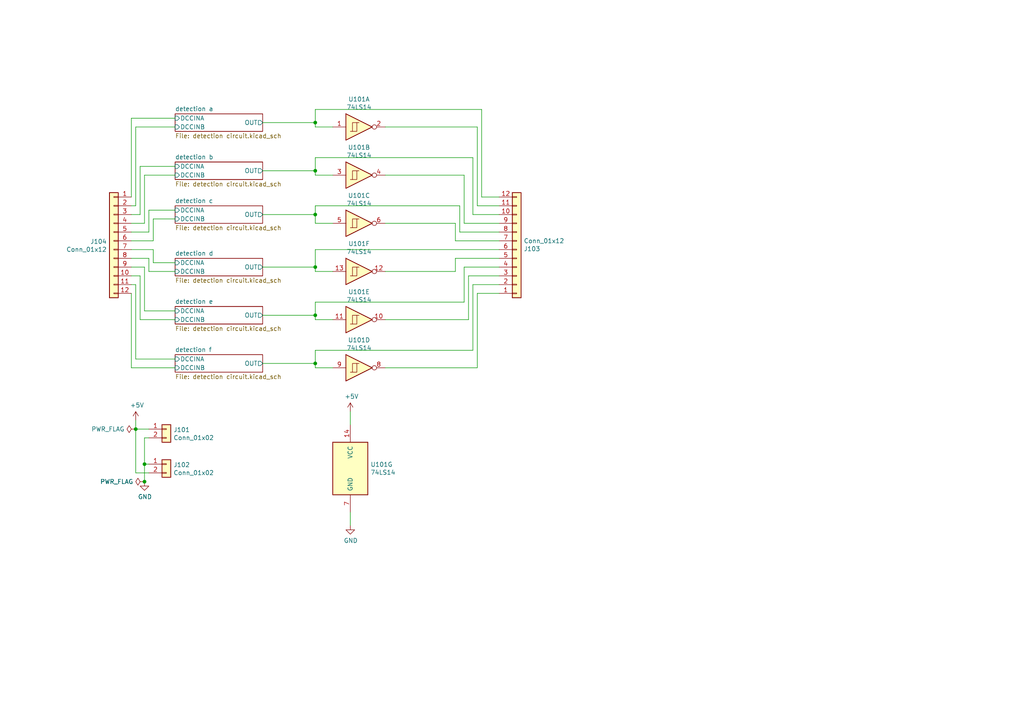
<source format=kicad_sch>
(kicad_sch (version 20211123) (generator eeschema)
  (paper "A4")
  (lib_symbols
    (symbol "74xx:74LS14" (pin_names (offset 1.016))
      (property "Reference" "U" (at 0 1.27 0))
      (property "Value" "74LS14" (at 0 -1.27 0))
      (symbol "74LS14_1_0"
        (polyline (pts (xy -3.81 3.81) (xy -3.81 -3.81) (xy 3.81 0) (xy -3.81 3.81)) (stroke (width 0.254)) (fill (type background)))
        (pin input line (at -7.62 0 0) (length 3.81) (name "~") (number "1"))
        (pin output inverted (at 7.62 0 180) (length 3.81) (name "~") (number "2"))
      )
      (symbol "74LS14_1_1"
        (polyline (pts (xy -1.905 -1.27) (xy -1.905 1.27) (xy -0.635 1.27)))
        (polyline (pts (xy -2.54 -1.27) (xy -0.635 -1.27) (xy -0.635 1.27) (xy 0 1.27)))
      )
      (symbol "74LS14_2_0"
        (polyline (pts (xy -3.81 3.81) (xy -3.81 -3.81) (xy 3.81 0) (xy -3.81 3.81)) (stroke (width 0.254)) (fill (type background)))
        (pin input line (at -7.62 0 0) (length 3.81) (name "~") (number "3"))
        (pin output inverted (at 7.62 0 180) (length 3.81) (name "~") (number "4"))
      )
      (symbol "74LS14_2_1"
        (polyline (pts (xy -1.905 -1.27) (xy -1.905 1.27) (xy -0.635 1.27)))
        (polyline (pts (xy -2.54 -1.27) (xy -0.635 -1.27) (xy -0.635 1.27) (xy 0 1.27)))
      )
      (symbol "74LS14_3_0"
        (polyline (pts (xy -3.81 3.81) (xy -3.81 -3.81) (xy 3.81 0) (xy -3.81 3.81)) (stroke (width 0.254)) (fill (type background)))
        (pin input line (at -7.62 0 0) (length 3.81) (name "~") (number "5"))
        (pin output inverted (at 7.62 0 180) (length 3.81) (name "~") (number "6"))
      )
      (symbol "74LS14_3_1"
        (polyline (pts (xy -1.905 -1.27) (xy -1.905 1.27) (xy -0.635 1.27)))
        (polyline (pts (xy -2.54 -1.27) (xy -0.635 -1.27) (xy -0.635 1.27) (xy 0 1.27)))
      )
      (symbol "74LS14_4_0"
        (polyline (pts (xy -3.81 3.81) (xy -3.81 -3.81) (xy 3.81 0) (xy -3.81 3.81)) (stroke (width 0.254)) (fill (type background)))
        (pin output inverted (at 7.62 0 180) (length 3.81) (name "~") (number "8"))
        (pin input line (at -7.62 0 0) (length 3.81) (name "~") (number "9"))
      )
      (symbol "74LS14_4_1"
        (polyline (pts (xy -1.905 -1.27) (xy -1.905 1.27) (xy -0.635 1.27)))
        (polyline (pts (xy -2.54 -1.27) (xy -0.635 -1.27) (xy -0.635 1.27) (xy 0 1.27)))
      )
      (symbol "74LS14_5_0"
        (polyline (pts (xy -3.81 3.81) (xy -3.81 -3.81) (xy 3.81 0) (xy -3.81 3.81)) (stroke (width 0.254)) (fill (type background)))
        (pin output inverted (at 7.62 0 180) (length 3.81) (name "~") (number "10"))
        (pin input line (at -7.62 0 0) (length 3.81) (name "~") (number "11"))
      )
      (symbol "74LS14_5_1"
        (polyline (pts (xy -1.905 -1.27) (xy -1.905 1.27) (xy -0.635 1.27)))
        (polyline (pts (xy -2.54 -1.27) (xy -0.635 -1.27) (xy -0.635 1.27) (xy 0 1.27)))
      )
      (symbol "74LS14_6_0"
        (polyline (pts (xy -3.81 3.81) (xy -3.81 -3.81) (xy 3.81 0) (xy -3.81 3.81)) (stroke (width 0.254)) (fill (type background)))
        (pin output inverted (at 7.62 0 180) (length 3.81) (name "~") (number "12"))
        (pin input line (at -7.62 0 0) (length 3.81) (name "~") (number "13"))
      )
      (symbol "74LS14_6_1"
        (polyline (pts (xy -1.905 -1.27) (xy -1.905 1.27) (xy -0.635 1.27)))
        (polyline (pts (xy -2.54 -1.27) (xy -0.635 -1.27) (xy -0.635 1.27) (xy 0 1.27)))
      )
      (symbol "74LS14_7_0"
        (pin power_in line (at 0 12.7 270) (length 5.08) (name "VCC") (number "14"))
        (pin power_in line (at 0 -12.7 90) (length 5.08) (name "GND") (number "7"))
      )
      (symbol "74LS14_7_1"
        (rectangle (start -5.08 7.62) (end 5.08 -7.62) (stroke (width 0.254)) (fill (type background)))
      )
    )
    (symbol "Connector_Generic:Conn_01x02" (pin_names (offset 1.016) hide)
      (property "Reference" "J" (at 0 2.54 0))
      (property "Value" "Conn_01x02" (at 0 -5.08 0))
      (symbol "Conn_01x02_1_1"
        (rectangle (start -1.27 -2.413) (end 0 -2.667) (stroke (width 0.1524)))
        (rectangle (start -1.27 0.127) (end 0 -0.127) (stroke (width 0.1524)))
        (rectangle (start -1.27 1.27) (end 1.27 -3.81) (stroke (width 0.254)) (fill (type background)))
        (pin passive line (at -5.08 0 0) (length 3.81) (name "Pin_1") (number "1"))
        (pin passive line (at -5.08 -2.54 0) (length 3.81) (name "Pin_2") (number "2"))
      )
    )
    (symbol "Connector_Generic:Conn_01x12" (pin_names (offset 1.016) hide)
      (property "Reference" "J" (at 0 15.24 0))
      (property "Value" "Conn_01x12" (at 0 -17.78 0))
      (symbol "Conn_01x12_1_1"
        (rectangle (start -1.27 -15.113) (end 0 -15.367) (stroke (width 0.1524)))
        (rectangle (start -1.27 -12.573) (end 0 -12.827) (stroke (width 0.1524)))
        (rectangle (start -1.27 -10.033) (end 0 -10.287) (stroke (width 0.1524)))
        (rectangle (start -1.27 -7.493) (end 0 -7.747) (stroke (width 0.1524)))
        (rectangle (start -1.27 -4.953) (end 0 -5.207) (stroke (width 0.1524)))
        (rectangle (start -1.27 -2.413) (end 0 -2.667) (stroke (width 0.1524)))
        (rectangle (start -1.27 0.127) (end 0 -0.127) (stroke (width 0.1524)))
        (rectangle (start -1.27 2.667) (end 0 2.413) (stroke (width 0.1524)))
        (rectangle (start -1.27 5.207) (end 0 4.953) (stroke (width 0.1524)))
        (rectangle (start -1.27 7.747) (end 0 7.493) (stroke (width 0.1524)))
        (rectangle (start -1.27 10.287) (end 0 10.033) (stroke (width 0.1524)))
        (rectangle (start -1.27 12.827) (end 0 12.573) (stroke (width 0.1524)))
        (rectangle (start -1.27 13.97) (end 1.27 -16.51) (stroke (width 0.254)) (fill (type background)))
        (pin passive line (at -5.08 12.7 0) (length 3.81) (name "Pin_1") (number "1"))
        (pin passive line (at -5.08 -10.16 0) (length 3.81) (name "Pin_10") (number "10"))
        (pin passive line (at -5.08 -12.7 0) (length 3.81) (name "Pin_11") (number "11"))
        (pin passive line (at -5.08 -15.24 0) (length 3.81) (name "Pin_12") (number "12"))
        (pin passive line (at -5.08 10.16 0) (length 3.81) (name "Pin_2") (number "2"))
        (pin passive line (at -5.08 7.62 0) (length 3.81) (name "Pin_3") (number "3"))
        (pin passive line (at -5.08 5.08 0) (length 3.81) (name "Pin_4") (number "4"))
        (pin passive line (at -5.08 2.54 0) (length 3.81) (name "Pin_5") (number "5"))
        (pin passive line (at -5.08 0 0) (length 3.81) (name "Pin_6") (number "6"))
        (pin passive line (at -5.08 -2.54 0) (length 3.81) (name "Pin_7") (number "7"))
        (pin passive line (at -5.08 -5.08 0) (length 3.81) (name "Pin_8") (number "8"))
        (pin passive line (at -5.08 -7.62 0) (length 3.81) (name "Pin_9") (number "9"))
      )
    )
    (symbol "power:+5V" (power) (pin_names (offset 0))
      (property "Value" "+5V" (at 0 3.556 0))
      (symbol "+5V_0_1"
        (polyline (pts (xy -0.762 1.27) (xy 0 2.54)))
        (polyline (pts (xy 0 0) (xy 0 2.54)))
        (polyline (pts (xy 0 2.54) (xy 0.762 1.27)))
      )
      (symbol "+5V_1_1"
        (pin power_in line (at 0 0 90) (length 0) hide (name "+5V") (number "1"))
      )
    )
    (symbol "power:GND" (power) (pin_names (offset 0))
      (property "Value" "GND" (at 0 -3.81 0))
      (symbol "GND_0_1"
        (polyline (pts (xy 0 0) (xy 0 -1.27) (xy 1.27 -1.27) (xy 0 -2.54) (xy -1.27 -1.27) (xy 0 -1.27)))
      )
      (symbol "GND_1_1"
        (pin power_in line (at 0 0 270) (length 0) hide (name "GND") (number "1"))
      )
    )
    (symbol "power:PWR_FLAG" (power) (pin_numbers hide) (pin_names (offset 0) hide)
      (property "Value" "PWR_FLAG" (at 0 3.81 0))
      (symbol "PWR_FLAG_0_0"
        (pin power_out line (at 0 0 90) (length 0) (name "pwr") (number "1"))
      )
      (symbol "PWR_FLAG_0_1"
        (polyline (pts (xy 0 0) (xy 0 1.27) (xy -1.016 1.905) (xy 0 2.54) (xy 1.016 1.905) (xy 0 1.27)))
      )
    )
  )
  (junction (at 39.37 124.46))
  (junction (at 91.44 49.53))
  (junction (at 91.44 91.44))
  (junction (at 41.91 139.7))
  (junction (at 91.44 105.41))
  (junction (at 91.44 62.23))
  (junction (at 91.44 35.56))
  (junction (at 91.44 77.47))
  (junction (at 41.91 134.62))
  (wire (pts (xy 91.44 101.6) (xy 91.44 105.41)))
  (wire (pts (xy 39.37 82.55) (xy 39.37 104.14)))
  (wire (pts (xy 91.44 45.72) (xy 137.16 45.72)))
  (wire (pts (xy 101.6 123.19) (xy 101.6 119.38)))
  (wire (pts (xy 40.64 80.01) (xy 40.64 92.71)))
  (wire (pts (xy 137.16 62.23) (xy 144.78 62.23)))
  (wire (pts (xy 44.45 76.2) (xy 50.8 76.2)))
  (wire (pts (xy 41.91 90.17) (xy 50.8 90.17)))
  (wire (pts (xy 132.08 74.93) (xy 144.78 74.93)))
  (wire (pts (xy 43.18 60.96) (xy 50.8 60.96)))
  (wire (pts (xy 91.44 31.75) (xy 91.44 35.56)))
  (wire (pts (xy 133.35 59.69) (xy 133.35 67.31)))
  (wire (pts (xy 38.1 74.93) (xy 43.18 74.93)))
  (wire (pts (xy 41.91 77.47) (xy 41.91 90.17)))
  (wire (pts (xy 137.16 45.72) (xy 137.16 62.23)))
  (wire (pts (xy 43.18 124.46) (xy 39.37 124.46)))
  (wire (pts (xy 133.35 67.31) (xy 144.78 67.31)))
  (wire (pts (xy 38.1 85.09) (xy 38.1 106.68)))
  (wire (pts (xy 43.18 134.62) (xy 41.91 134.62)))
  (wire (pts (xy 38.1 57.15) (xy 38.1 34.29)))
  (wire (pts (xy 91.44 50.8) (xy 96.52 50.8)))
  (wire (pts (xy 138.43 36.83) (xy 138.43 59.69)))
  (wire (pts (xy 91.44 105.41) (xy 91.44 106.68)))
  (wire (pts (xy 40.64 92.71) (xy 50.8 92.71)))
  (wire (pts (xy 134.62 50.8) (xy 111.76 50.8)))
  (wire (pts (xy 91.44 62.23) (xy 91.44 59.69)))
  (wire (pts (xy 38.1 69.85) (xy 44.45 69.85)))
  (wire (pts (xy 91.44 72.39) (xy 144.78 72.39)))
  (wire (pts (xy 41.91 127) (xy 41.91 134.62)))
  (wire (pts (xy 111.76 64.77) (xy 132.08 64.77)))
  (wire (pts (xy 111.76 106.68) (xy 138.43 106.68)))
  (wire (pts (xy 91.44 77.47) (xy 91.44 78.74)))
  (wire (pts (xy 38.1 34.29) (xy 50.8 34.29)))
  (wire (pts (xy 91.44 50.8) (xy 91.44 49.53)))
  (wire (pts (xy 39.37 59.69) (xy 39.37 36.83)))
  (wire (pts (xy 138.43 85.09) (xy 144.78 85.09)))
  (wire (pts (xy 91.44 49.53) (xy 91.44 45.72)))
  (wire (pts (xy 91.44 92.71) (xy 96.52 92.71)))
  (wire (pts (xy 132.08 64.77) (xy 132.08 69.85)))
  (wire (pts (xy 91.44 87.63) (xy 91.44 91.44)))
  (wire (pts (xy 38.1 64.77) (xy 41.91 64.77)))
  (wire (pts (xy 43.18 127) (xy 41.91 127)))
  (wire (pts (xy 76.2 105.41) (xy 91.44 105.41)))
  (wire (pts (xy 139.7 31.75) (xy 91.44 31.75)))
  (wire (pts (xy 139.7 57.15) (xy 144.78 57.15)))
  (wire (pts (xy 137.16 101.6) (xy 91.44 101.6)))
  (wire (pts (xy 41.91 50.8) (xy 50.8 50.8)))
  (wire (pts (xy 41.91 134.62) (xy 41.91 139.7)))
  (wire (pts (xy 41.91 64.77) (xy 41.91 50.8)))
  (wire (pts (xy 44.45 72.39) (xy 44.45 76.2)))
  (wire (pts (xy 111.76 36.83) (xy 138.43 36.83)))
  (wire (pts (xy 43.18 67.31) (xy 43.18 60.96)))
  (wire (pts (xy 76.2 49.53) (xy 91.44 49.53)))
  (wire (pts (xy 91.44 35.56) (xy 91.44 36.83)))
  (wire (pts (xy 101.6 152.4) (xy 101.6 148.59)))
  (wire (pts (xy 76.2 77.47) (xy 91.44 77.47)))
  (wire (pts (xy 91.44 64.77) (xy 96.52 64.77)))
  (wire (pts (xy 134.62 77.47) (xy 144.78 77.47)))
  (wire (pts (xy 38.1 72.39) (xy 44.45 72.39)))
  (wire (pts (xy 134.62 50.8) (xy 134.62 64.77)))
  (wire (pts (xy 132.08 78.74) (xy 132.08 74.93)))
  (wire (pts (xy 91.44 72.39) (xy 91.44 77.47)))
  (wire (pts (xy 38.1 77.47) (xy 41.91 77.47)))
  (wire (pts (xy 38.1 106.68) (xy 50.8 106.68)))
  (wire (pts (xy 134.62 64.77) (xy 144.78 64.77)))
  (wire (pts (xy 111.76 78.74) (xy 132.08 78.74)))
  (wire (pts (xy 39.37 124.46) (xy 39.37 137.16)))
  (wire (pts (xy 134.62 77.47) (xy 134.62 87.63)))
  (wire (pts (xy 134.62 87.63) (xy 91.44 87.63)))
  (wire (pts (xy 39.37 104.14) (xy 50.8 104.14)))
  (wire (pts (xy 39.37 36.83) (xy 50.8 36.83)))
  (wire (pts (xy 96.52 36.83) (xy 91.44 36.83)))
  (wire (pts (xy 38.1 62.23) (xy 40.64 62.23)))
  (wire (pts (xy 137.16 82.55) (xy 137.16 101.6)))
  (wire (pts (xy 39.37 137.16) (xy 43.18 137.16)))
  (wire (pts (xy 38.1 59.69) (xy 39.37 59.69)))
  (wire (pts (xy 39.37 121.92) (xy 39.37 124.46)))
  (wire (pts (xy 38.1 67.31) (xy 43.18 67.31)))
  (wire (pts (xy 138.43 59.69) (xy 144.78 59.69)))
  (wire (pts (xy 91.44 78.74) (xy 96.52 78.74)))
  (wire (pts (xy 91.44 59.69) (xy 133.35 59.69)))
  (wire (pts (xy 135.89 80.01) (xy 144.78 80.01)))
  (wire (pts (xy 40.64 62.23) (xy 40.64 48.26)))
  (wire (pts (xy 137.16 82.55) (xy 144.78 82.55)))
  (wire (pts (xy 43.18 78.74) (xy 50.8 78.74)))
  (wire (pts (xy 138.43 85.09) (xy 138.43 106.68)))
  (wire (pts (xy 139.7 31.75) (xy 139.7 57.15)))
  (wire (pts (xy 43.18 74.93) (xy 43.18 78.74)))
  (wire (pts (xy 111.76 92.71) (xy 135.89 92.71)))
  (wire (pts (xy 38.1 82.55) (xy 39.37 82.55)))
  (wire (pts (xy 132.08 69.85) (xy 144.78 69.85)))
  (wire (pts (xy 76.2 35.56) (xy 91.44 35.56)))
  (wire (pts (xy 135.89 92.71) (xy 135.89 80.01)))
  (wire (pts (xy 91.44 91.44) (xy 91.44 92.71)))
  (wire (pts (xy 76.2 91.44) (xy 91.44 91.44)))
  (wire (pts (xy 40.64 48.26) (xy 50.8 48.26)))
  (wire (pts (xy 76.2 62.23) (xy 91.44 62.23)))
  (wire (pts (xy 44.45 69.85) (xy 44.45 63.5)))
  (wire (pts (xy 91.44 64.77) (xy 91.44 62.23)))
  (wire (pts (xy 96.52 106.68) (xy 91.44 106.68)))
  (wire (pts (xy 44.45 63.5) (xy 50.8 63.5)))
  (wire (pts (xy 38.1 80.01) (xy 40.64 80.01)))
  (symbol (lib_id "74xx:74LS14") (at 104.14 36.83 0) (unit 1)
    (property "Reference" "U101" (at 104.14 28.7782 0))
    (property "Value" "74LS14" (at 104.14 31.0896 0))
    (property "Footprint" "Package_DIP:DIP-14_W7.62mm" (effects hide))
    (property "Datasheet" "http://www.ti.com/lit/gpn/sn74LS14" (effects hide))
  )
  (symbol (lib_id "74xx:74LS14") (at 104.14 50.8 0) (unit 2)
    (property "Reference" "U101" (at 104.14 42.7482 0))
    (property "Value" "74LS14" (at 104.14 45.0596 0))
    (property "Footprint" "Package_DIP:DIP-14_W7.62mm" (effects hide))
    (property "Datasheet" "http://www.ti.com/lit/gpn/sn74LS14" (effects hide))
  )
  (symbol (lib_id "74xx:74LS14") (at 104.14 64.77 0) (unit 3)
    (property "Reference" "U101" (at 104.14 56.7182 0))
    (property "Value" "74LS14" (at 104.14 59.0296 0))
    (property "Footprint" "Package_DIP:DIP-14_W7.62mm" (effects hide))
    (property "Datasheet" "http://www.ti.com/lit/gpn/sn74LS14" (effects hide))
  )
  (symbol (lib_id "74xx:74LS14") (at 104.14 106.68 0) (unit 4)
    (property "Reference" "U101" (at 104.14 98.6282 0))
    (property "Value" "74LS14" (at 104.14 100.9396 0))
    (property "Footprint" "Package_DIP:DIP-14_W7.62mm" (effects hide))
    (property "Datasheet" "http://www.ti.com/lit/gpn/sn74LS14" (effects hide))
  )
  (symbol (lib_id "74xx:74LS14") (at 104.14 92.71 0) (unit 5)
    (property "Reference" "U101" (at 104.14 84.6582 0))
    (property "Value" "74LS14" (at 104.14 86.9696 0))
    (property "Footprint" "Package_DIP:DIP-14_W7.62mm" (effects hide))
    (property "Datasheet" "http://www.ti.com/lit/gpn/sn74LS14" (effects hide))
  )
  (symbol (lib_id "74xx:74LS14") (at 104.14 78.74 0) (unit 6)
    (property "Reference" "U101" (at 104.14 70.6882 0))
    (property "Value" "74LS14" (at 104.14 72.9996 0))
    (property "Footprint" "Package_DIP:DIP-14_W7.62mm" (effects hide))
    (property "Datasheet" "http://www.ti.com/lit/gpn/sn74LS14" (effects hide))
  )
  (symbol (lib_id "74xx:74LS14") (at 101.6 135.89 0) (unit 7)
    (property "Reference" "U101" (at 107.442 134.7216 0) (effects (justify left)))
    (property "Value" "74LS14" (at 107.442 137.033 0) (effects (justify left)))
    (property "Footprint" "Package_DIP:DIP-14_W7.62mm" (effects hide))
    (property "Datasheet" "http://www.ti.com/lit/gpn/sn74LS14" (effects hide))
  )
  (symbol (lib_id "Connector_Generic:Conn_01x02") (at 48.26 124.46 0) (unit 1)
    (property "Reference" "J101" (at 50.292 124.6632 0) (effects (justify left)))
    (property "Value" "Conn_01x02" (at 50.292 126.9746 0) (effects (justify left)))
    (property "Footprint" "TerminalBlock_Phoenix:TerminalBlock_Phoenix_MKDS-1,5-2-5.08_1x02_P5.08mm_Horizontal" (effects hide))
  )
  (symbol (lib_id "Connector_Generic:Conn_01x02") (at 48.26 134.62 0) (unit 1)
    (property "Reference" "J102" (at 50.292 134.8232 0) (effects (justify left)))
    (property "Value" "Conn_01x02" (at 50.292 137.1346 0) (effects (justify left)))
    (property "Footprint" "TerminalBlock_Phoenix:TerminalBlock_Phoenix_MKDS-1,5-2-5.08_1x02_P5.08mm_Horizontal" (effects hide))
  )
  (symbol (lib_id "Connector_Generic:Conn_01x12") (at 33.02 69.85 0) (mirror y) (unit 1)
    (property "Reference" "J104" (at 30.988 70.0532 0) (effects (justify left)))
    (property "Value" "Conn_01x12" (at 30.988 72.3646 0) (effects (justify left)))
    (property "Footprint" "TerminalBlock_Phoenix:TerminalBlock_Phoenix_MKDS-1,5-12-5.08_1x12_P5.08mm_Horizontal" (effects hide))
  )
  (symbol (lib_id "Connector_Generic:Conn_01x12") (at 149.86 72.39 0) (mirror x) (unit 1)
    (property "Reference" "J103" (at 151.892 72.1868 0) (effects (justify left)))
    (property "Value" "Conn_01x12" (at 151.892 69.8754 0) (effects (justify left)))
    (property "Footprint" "TerminalBlock_Phoenix:TerminalBlock_Phoenix_MKDS-1,5-12-5.08_1x12_P5.08mm_Horizontal" (effects hide))
  )
  (symbol (lib_id "power:+5V") (at 39.37 121.92 0) (unit 1)
    (property "Reference" "#PWR0101" (effects hide))
    (property "Value" "+5V" (at 39.751 117.5258 0))
  )
  (symbol (lib_id "power:+5V") (at 101.6 119.38 0) (unit 1)
    (property "Reference" "#PWR0103" (effects hide))
    (property "Value" "+5V" (at 101.981 114.9858 0))
  )
  (symbol (lib_id "power:GND") (at 41.91 139.7 0) (unit 1)
    (property "Reference" "#PWR0102" (effects hide))
    (property "Value" "GND" (at 42.037 144.0942 0))
  )
  (symbol (lib_id "power:GND") (at 101.6 152.4 0) (unit 1)
    (property "Reference" "#PWR0104" (effects hide))
    (property "Value" "GND" (at 101.727 156.7942 0))
  )
  (symbol (lib_id "power:PWR_FLAG") (at 39.37 124.46 90) (unit 1)
    (property "Reference" "#FLG0101" (effects hide))
    (property "Value" "PWR_FLAG" (at 36.1442 124.46 90) (effects (justify left)))
  )
  (symbol (lib_id "power:PWR_FLAG") (at 41.91 139.7 90) (unit 1)
    (property "Reference" "#FLG0102" (effects hide))
    (property "Value" "PWR_FLAG" (at 38.6842 139.7 90) (effects (justify left)))
  )
  (sheet (at 50.8 33.02) (size 25.4 5.08)
    (property "Sheet name" "detection a" (at 50.8 32.3084 0) (effects (justify left bottom)))
    (property "Sheet file" "detection circuit.kicad_sch" (at 50.8 38.6846 0) (effects (justify left top)))
    (pin "OUT" output (at 76.2 35.56 0))
    (pin "DCCINA" input (at 50.8 34.29 180))
    (pin "DCCINB" input (at 50.8 36.83 180))
  )
  (sheet (at 50.8 46.99) (size 25.4 5.08)
    (property "Sheet name" "detection b" (at 50.8 46.2784 0) (effects (justify left bottom)))
    (property "Sheet file" "detection circuit.kicad_sch" (at 50.8 52.6546 0) (effects (justify left top)))
    (pin "OUT" output (at 76.2 49.53 0))
    (pin "DCCINA" input (at 50.8 48.26 180))
    (pin "DCCINB" input (at 50.8 50.8 180))
  )
  (sheet (at 50.8 59.69) (size 25.4 5.08)
    (property "Sheet name" "detection c" (at 50.8 58.9784 0) (effects (justify left bottom)))
    (property "Sheet file" "detection circuit.kicad_sch" (at 50.8 65.3546 0) (effects (justify left top)))
    (pin "OUT" output (at 76.2 62.23 0))
    (pin "DCCINA" input (at 50.8 60.96 180))
    (pin "DCCINB" input (at 50.8 63.5 180))
  )
  (sheet (at 50.8 74.93) (size 25.4 5.08)
    (property "Sheet name" "detection d" (at 50.8 74.2184 0) (effects (justify left bottom)))
    (property "Sheet file" "detection circuit.kicad_sch" (at 50.8 80.5946 0) (effects (justify left top)))
    (pin "OUT" output (at 76.2 77.47 0))
    (pin "DCCINA" input (at 50.8 76.2 180))
    (pin "DCCINB" input (at 50.8 78.74 180))
  )
  (sheet (at 50.8 88.9) (size 25.4 5.08)
    (property "Sheet name" "detection e" (at 50.8 88.1884 0) (effects (justify left bottom)))
    (property "Sheet file" "detection circuit.kicad_sch" (at 50.8 94.5646 0) (effects (justify left top)))
    (pin "OUT" output (at 76.2 91.44 0))
    (pin "DCCINA" input (at 50.8 90.17 180))
    (pin "DCCINB" input (at 50.8 92.71 180))
  )
  (sheet (at 50.8 102.87) (size 25.4 5.08)
    (property "Sheet name" "detection f" (at 50.8 102.1584 0) (effects (justify left bottom)))
    (property "Sheet file" "detection circuit.kicad_sch" (at 50.8 108.5346 0) (effects (justify left top)))
    (pin "OUT" output (at 76.2 105.41 0))
    (pin "DCCINA" input (at 50.8 104.14 180))
    (pin "DCCINB" input (at 50.8 106.68 180))
  )
)
</source>
